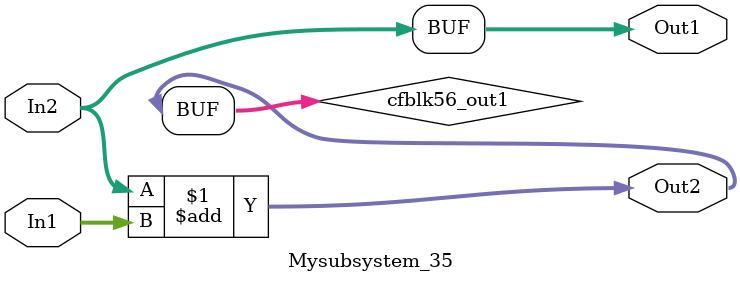
<source format=v>



`timescale 1 ns / 1 ns

module Mysubsystem_35
          (In1,
           In2,
           Out1,
           Out2);


  input   [7:0] In1;  // uint8
  input   [7:0] In2;  // uint8
  output  [7:0] Out1;  // uint8
  output  [7:0] Out2;  // uint8


  wire [7:0] cfblk56_out1;  // uint8


  assign Out1 = In2;

  assign cfblk56_out1 = In2 + In1;



  assign Out2 = cfblk56_out1;

endmodule  // Mysubsystem_35


</source>
